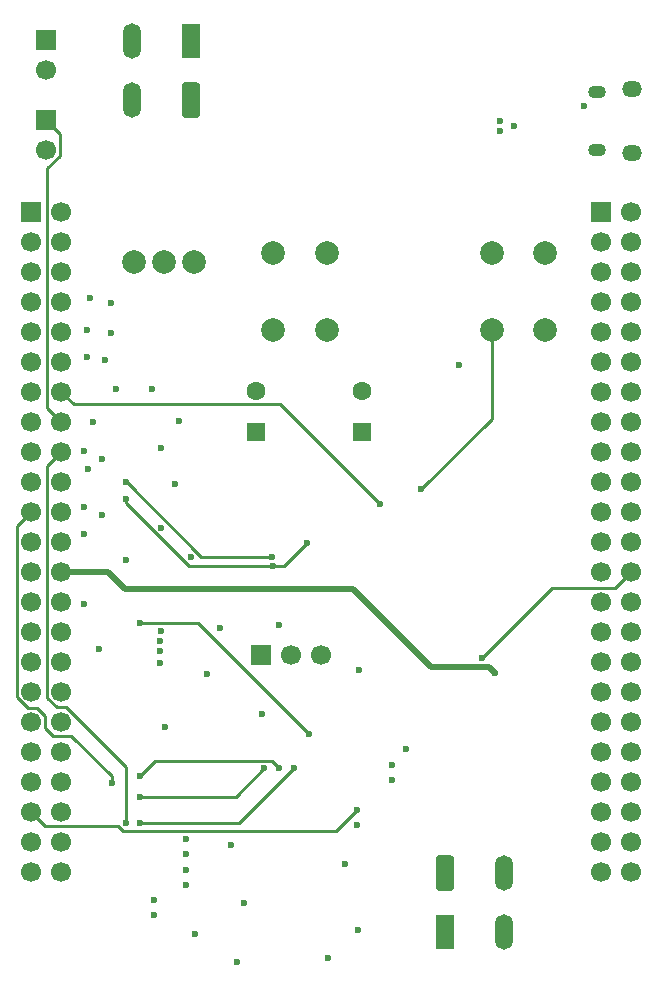
<source format=gbr>
%TF.GenerationSoftware,KiCad,Pcbnew,9.0.6+1*%
%TF.CreationDate,2025-11-29T18:55:36+00:00*%
%TF.ProjectId,com4bbb,636f6d34-6262-4622-9e6b-696361645f70,0.2*%
%TF.SameCoordinates,Original*%
%TF.FileFunction,Copper,L2,Inr*%
%TF.FilePolarity,Positive*%
%FSLAX46Y46*%
G04 Gerber Fmt 4.6, Leading zero omitted, Abs format (unit mm)*
G04 Created by KiCad (PCBNEW 9.0.6+1) date 2025-11-29 18:55:36*
%MOMM*%
%LPD*%
G01*
G04 APERTURE LIST*
G04 Aperture macros list*
%AMRoundRect*
0 Rectangle with rounded corners*
0 $1 Rounding radius*
0 $2 $3 $4 $5 $6 $7 $8 $9 X,Y pos of 4 corners*
0 Add a 4 corners polygon primitive as box body*
4,1,4,$2,$3,$4,$5,$6,$7,$8,$9,$2,$3,0*
0 Add four circle primitives for the rounded corners*
1,1,$1+$1,$2,$3*
1,1,$1+$1,$4,$5*
1,1,$1+$1,$6,$7*
1,1,$1+$1,$8,$9*
0 Add four rect primitives between the rounded corners*
20,1,$1+$1,$2,$3,$4,$5,0*
20,1,$1+$1,$4,$5,$6,$7,0*
20,1,$1+$1,$6,$7,$8,$9,0*
20,1,$1+$1,$8,$9,$2,$3,0*%
G04 Aperture macros list end*
%TA.AperFunction,ComponentPad*%
%ADD10R,1.700000X1.700000*%
%TD*%
%TA.AperFunction,ComponentPad*%
%ADD11C,1.700000*%
%TD*%
%TA.AperFunction,ComponentPad*%
%ADD12RoundRect,0.250001X-0.499999X-1.249999X0.499999X-1.249999X0.499999X1.249999X-0.499999X1.249999X0*%
%TD*%
%TA.AperFunction,ComponentPad*%
%ADD13R,1.500000X3.000000*%
%TD*%
%TA.AperFunction,ComponentPad*%
%ADD14O,1.500000X3.000000*%
%TD*%
%TA.AperFunction,ComponentPad*%
%ADD15C,2.000000*%
%TD*%
%TA.AperFunction,ComponentPad*%
%ADD16RoundRect,0.250001X0.499999X1.249999X-0.499999X1.249999X-0.499999X-1.249999X0.499999X-1.249999X0*%
%TD*%
%TA.AperFunction,ComponentPad*%
%ADD17RoundRect,0.250000X0.550000X-0.550000X0.550000X0.550000X-0.550000X0.550000X-0.550000X-0.550000X0*%
%TD*%
%TA.AperFunction,ComponentPad*%
%ADD18C,1.600000*%
%TD*%
%TA.AperFunction,HeatsinkPad*%
%ADD19O,1.700000X1.350000*%
%TD*%
%TA.AperFunction,HeatsinkPad*%
%ADD20O,1.500000X1.100000*%
%TD*%
%TA.AperFunction,ViaPad*%
%ADD21C,0.600000*%
%TD*%
%TA.AperFunction,Conductor*%
%ADD22C,0.250000*%
%TD*%
%TA.AperFunction,Conductor*%
%ADD23C,0.500000*%
%TD*%
G04 APERTURE END LIST*
D10*
%TO.N,GNDD*%
%TO.C,P8*%
X164630100Y-62382400D03*
D11*
X167170100Y-62382400D03*
%TO.N,unconnected-(P8-Pin_3-Pad3)*%
X164630100Y-64922400D03*
%TO.N,unconnected-(P8-Pin_4-Pad4)*%
X167170100Y-64922400D03*
%TO.N,unconnected-(P8-Pin_5-Pad5)*%
X164630100Y-67462400D03*
%TO.N,unconnected-(P8-Pin_6-Pad6)*%
X167170100Y-67462400D03*
%TO.N,/LED0*%
X164630100Y-70002400D03*
%TO.N,/LED1*%
X167170100Y-70002400D03*
%TO.N,/LED2*%
X164630100Y-72542400D03*
%TO.N,/LED3*%
X167170100Y-72542400D03*
%TO.N,/LED4*%
X164630100Y-75082400D03*
%TO.N,/LED5*%
X167170100Y-75082400D03*
%TO.N,/LED6*%
X164630100Y-77622400D03*
%TO.N,/LED7*%
X167170100Y-77622400D03*
%TO.N,/LED8*%
X164630100Y-80162400D03*
%TO.N,/LED9*%
X167170100Y-80162400D03*
%TO.N,/LED10*%
X164630100Y-82702400D03*
%TO.N,/LED11*%
X167170100Y-82702400D03*
%TO.N,/LED12*%
X164630100Y-85242400D03*
%TO.N,unconnected-(P8-Pin_20-Pad20)*%
X167170100Y-85242400D03*
%TO.N,unconnected-(P8-Pin_21-Pad21)*%
X164630100Y-87782400D03*
%TO.N,unconnected-(P8-Pin_22-Pad22)*%
X167170100Y-87782400D03*
%TO.N,unconnected-(P8-Pin_23-Pad23)*%
X164630100Y-90322400D03*
%TO.N,unconnected-(P8-Pin_24-Pad24)*%
X167170100Y-90322400D03*
%TO.N,unconnected-(P8-Pin_25-Pad25)*%
X164630100Y-92862400D03*
%TO.N,/DE{slash}~{RE}*%
X167170100Y-92862400D03*
%TO.N,unconnected-(P8-Pin_27-Pad27)*%
X164630100Y-95402400D03*
%TO.N,unconnected-(P8-Pin_28-Pad28)*%
X167170100Y-95402400D03*
%TO.N,unconnected-(P8-Pin_29-Pad29)*%
X164630100Y-97942400D03*
%TO.N,unconnected-(P8-Pin_30-Pad30)*%
X167170100Y-97942400D03*
%TO.N,unconnected-(P8-Pin_31-Pad31)*%
X164630100Y-100482400D03*
%TO.N,unconnected-(P8-Pin_32-Pad32)*%
X167170100Y-100482400D03*
%TO.N,unconnected-(P8-Pin_33-Pad33)*%
X164630100Y-103022400D03*
%TO.N,unconnected-(P8-Pin_34-Pad34)*%
X167170100Y-103022400D03*
%TO.N,unconnected-(P8-Pin_35-Pad35)*%
X164630100Y-105562400D03*
%TO.N,unconnected-(P8-Pin_36-Pad36)*%
X167170100Y-105562400D03*
%TO.N,unconnected-(P8-Pin_37-Pad37)*%
X164630100Y-108102400D03*
%TO.N,unconnected-(P8-Pin_38-Pad38)*%
X167170100Y-108102400D03*
%TO.N,unconnected-(P8-Pin_39-Pad39)*%
X164630100Y-110642400D03*
%TO.N,unconnected-(P8-Pin_40-Pad40)*%
X167170100Y-110642400D03*
%TO.N,unconnected-(P8-Pin_41-Pad41)*%
X164630100Y-113182400D03*
%TO.N,unconnected-(P8-Pin_42-Pad42)*%
X167170100Y-113182400D03*
%TO.N,unconnected-(P8-Pin_43-Pad43)*%
X164630100Y-115722400D03*
%TO.N,unconnected-(P8-Pin_44-Pad44)*%
X167170100Y-115722400D03*
%TO.N,unconnected-(P8-Pin_45-Pad45)*%
X164630100Y-118262400D03*
%TO.N,unconnected-(P8-Pin_46-Pad46)*%
X167170100Y-118262400D03*
%TD*%
D10*
%TO.N,GNDD*%
%TO.C,P9*%
X116370100Y-62382400D03*
D11*
X118910100Y-62382400D03*
%TO.N,+3V3*%
X116370100Y-64922400D03*
X118910100Y-64922400D03*
%TO.N,+5V*%
X116370100Y-67462400D03*
X118910100Y-67462400D03*
%TO.N,SYS_5V*%
X116370100Y-70002400D03*
X118910100Y-70002400D03*
%TO.N,PWR_BUT*%
X116370100Y-72542400D03*
%TO.N,SYS_RESETN*%
X118910100Y-72542400D03*
%TO.N,/UART4_RXD*%
X116370100Y-75082400D03*
%TO.N,/GPIO_60*%
X118910100Y-75082400D03*
%TO.N,/UART4_TXD*%
X116370100Y-77622400D03*
%TO.N,/RTC_INT*%
X118910100Y-77622400D03*
%TO.N,/PPS*%
X116370100Y-80162400D03*
%TO.N,/DCF77*%
X118910100Y-80162400D03*
%TO.N,/SPI0_CS0*%
X116370100Y-82702400D03*
%TO.N,/SPI0_D1*%
X118910100Y-82702400D03*
%TO.N,/SCL*%
X116370100Y-85242400D03*
%TO.N,/SDA*%
X118910100Y-85242400D03*
%TO.N,/SPI0_D0*%
X116370100Y-87782400D03*
%TO.N,/SPI0_SCLK*%
X118910100Y-87782400D03*
%TO.N,unconnected-(P9-Pin_23-Pad23)*%
X116370100Y-90322400D03*
%TO.N,/UART1_TXD*%
X118910100Y-90322400D03*
%TO.N,unconnected-(P9-Pin_25-Pad25)*%
X116370100Y-92862400D03*
%TO.N,/UART1_RXD*%
X118910100Y-92862400D03*
%TO.N,/GPIO_125*%
X116370100Y-95402400D03*
%TO.N,unconnected-(P9-Pin_28-Pad28)*%
X118910100Y-95402400D03*
%TO.N,unconnected-(P9-Pin_29-Pad29)*%
X116370100Y-97942400D03*
%TO.N,/GPIO_122*%
X118910100Y-97942400D03*
%TO.N,unconnected-(P9-Pin_31-Pad31)*%
X116370100Y-100482400D03*
%TO.N,VDD_ADC*%
X118910100Y-100482400D03*
%TO.N,unconnected-(P9-Pin_33-Pad33)*%
X116370100Y-103022400D03*
%TO.N,GNDA_ADC*%
X118910100Y-103022400D03*
%TO.N,unconnected-(P9-Pin_35-Pad35)*%
X116370100Y-105562400D03*
%TO.N,unconnected-(P9-Pin_36-Pad36)*%
X118910100Y-105562400D03*
%TO.N,unconnected-(P9-Pin_37-Pad37)*%
X116370100Y-108102400D03*
%TO.N,unconnected-(P9-Pin_38-Pad38)*%
X118910100Y-108102400D03*
%TO.N,unconnected-(P9-Pin_39-Pad39)*%
X116370100Y-110642400D03*
%TO.N,unconnected-(P9-Pin_40-Pad40)*%
X118910100Y-110642400D03*
%TO.N,/GPIO_20*%
X116370100Y-113182400D03*
%TO.N,unconnected-(P9-Pin_42-Pad42)*%
X118910100Y-113182400D03*
%TO.N,GNDD*%
X116370100Y-115722400D03*
X118910100Y-115722400D03*
X116370100Y-118262400D03*
X118910100Y-118262400D03*
%TD*%
D12*
%TO.N,Net-(J101-Pin_1)*%
%TO.C,J101*%
X151370100Y-118382400D03*
D13*
X151370100Y-123382400D03*
D14*
%TO.N,Net-(J101-Pin_2)*%
X156370100Y-118382400D03*
X156370100Y-123382400D03*
%TD*%
D15*
%TO.N,SYS_RESETN*%
%TO.C,SW101*%
X155370100Y-72382400D03*
X155370100Y-65882400D03*
%TO.N,GNDD*%
X159870100Y-72382400D03*
X159870100Y-65882400D03*
%TD*%
%TO.N,PWR_BUT*%
%TO.C,SW102*%
X136870100Y-72382400D03*
X136870100Y-65882400D03*
%TO.N,GNDD*%
X141370100Y-72382400D03*
X141370100Y-65882400D03*
%TD*%
D16*
%TO.N,GNDD*%
%TO.C,J102*%
X129870100Y-52882400D03*
D13*
X129870100Y-47882400D03*
D14*
%TO.N,Net-(D114-A)*%
X124870100Y-52882400D03*
X124870100Y-47882400D03*
%TD*%
D15*
%TO.N,Net-(D114-K)*%
%TO.C,U102*%
X130160100Y-66632400D03*
%TO.N,GNDD*%
X127620100Y-66632400D03*
%TO.N,+5V*%
X125080100Y-66632400D03*
%TD*%
D17*
%TO.N,/Vbat*%
%TO.C,C103*%
X135370100Y-81035051D03*
D18*
%TO.N,GNDD*%
X135370100Y-77535051D03*
%TD*%
D10*
%TO.N,/DCF77*%
%TO.C,J103*%
X117620100Y-54607400D03*
D11*
%TO.N,GNDD*%
X117620100Y-57147400D03*
%TD*%
D10*
%TO.N,/PPS*%
%TO.C,J104*%
X117620100Y-47857400D03*
D11*
%TO.N,GNDD*%
X117620100Y-50397400D03*
%TD*%
D17*
%TO.N,/Vbat*%
%TO.C,C104*%
X144370100Y-81035051D03*
D18*
%TO.N,GNDD*%
X144370100Y-77535051D03*
%TD*%
D19*
%TO.N,Net-(J201-Shield)*%
%TO.C,J201*%
X167250100Y-57412400D03*
D20*
X164250100Y-57102400D03*
X164250100Y-52262400D03*
D19*
X167250100Y-51952400D03*
%TD*%
D10*
%TO.N,/ESP32/~{RST}*%
%TO.C,JP203*%
X135830100Y-99882400D03*
D11*
%TO.N,Net-(JP203-C)*%
X138370100Y-99882400D03*
%TO.N,/GPIO_125*%
X140910100Y-99882400D03*
%TD*%
D21*
%TO.N,GNDD*%
X133770100Y-125882400D03*
X122620100Y-74882400D03*
X130270100Y-123482400D03*
X129870100Y-91582400D03*
X121370100Y-69632400D03*
X128870100Y-80082400D03*
X128570100Y-85382400D03*
X123120100Y-70132400D03*
X127245100Y-99582400D03*
X163170100Y-53382400D03*
X148120100Y-107882400D03*
X120870100Y-95582400D03*
X144120100Y-101132400D03*
X120870100Y-82632400D03*
X120870100Y-87382400D03*
X135870100Y-104882400D03*
X121120100Y-72382400D03*
X141470100Y-125582400D03*
X120870100Y-89682400D03*
X124370100Y-91882400D03*
X123120100Y-72632400D03*
X134370100Y-120882400D03*
X121170100Y-84182400D03*
X121120100Y-74632400D03*
X132370100Y-97632400D03*
X157270100Y-55082400D03*
X133270100Y-115982400D03*
X122070100Y-99382400D03*
X121620100Y-80132400D03*
X137370100Y-97382400D03*
X142970100Y-117582400D03*
%TO.N,+3V3*%
X152620100Y-75382400D03*
X127370100Y-97828400D03*
X127370100Y-82382400D03*
X127370100Y-89132400D03*
%TO.N,SYS_RESETN*%
X149370100Y-85882400D03*
%TO.N,/SPI0_D1*%
X124370100Y-114132400D03*
%TO.N,/SPI0_D0*%
X123170099Y-110772399D03*
%TO.N,/GPIO_60*%
X143970100Y-114282400D03*
%TO.N,/SPI0_CS0*%
X139870100Y-106582400D03*
X125544100Y-97203400D03*
%TO.N,/SCL*%
X124370100Y-86682400D03*
X136797652Y-92381928D03*
X139687042Y-90449342D03*
%TO.N,/SDA*%
X136770100Y-91582400D03*
X124370100Y-85242400D03*
%TO.N,/SPI0_SCLK*%
X125537012Y-110162188D03*
X137370100Y-109482400D03*
%TO.N,/UART1_RXD*%
X155620100Y-101382400D03*
%TO.N,/GPIO_20*%
X143970100Y-112982400D03*
%TO.N,/DE{slash}~{RE}*%
X154520336Y-100130796D03*
%TO.N,/ESP32/TCK*%
X129470100Y-115482400D03*
X127245100Y-98682400D03*
%TO.N,/ESP32/TDI*%
X129470100Y-118082400D03*
X127696100Y-105982400D03*
%TO.N,/ESP32/TDO*%
X131270100Y-101482400D03*
X129470100Y-116782400D03*
%TO.N,/ESP32/TMS*%
X127245100Y-100582400D03*
X129470100Y-119382400D03*
%TO.N,Net-(JP104-A)*%
X122385100Y-88017400D03*
X122370100Y-83282400D03*
%TO.N,Net-(JP201-C)*%
X123570100Y-77382400D03*
X126770100Y-121882400D03*
%TO.N,Net-(JP202-C)*%
X126620100Y-77382400D03*
X126770100Y-120682400D03*
%TO.N,Net-(JP203-C)*%
X144070100Y-123182400D03*
%TO.N,Net-(JP204-C)*%
X138570100Y-109482400D03*
X125544100Y-114133400D03*
%TO.N,Net-(JP205-C)*%
X125544100Y-111882400D03*
X136070100Y-109482400D03*
%TO.N,/ESP32/D+*%
X146870100Y-109182400D03*
X156070100Y-54657400D03*
%TO.N,/ESP32/D-*%
X156070100Y-55507400D03*
X146870100Y-110482400D03*
%TO.N,/RTC_INT*%
X145870100Y-87132400D03*
%TD*%
D22*
%TO.N,SYS_RESETN*%
X149370100Y-85882400D02*
X155370100Y-79882400D01*
X155370100Y-79882400D02*
X155370100Y-72382400D01*
%TO.N,/SPI0_D1*%
X124370100Y-114132400D02*
X124370100Y-109359284D01*
X117734100Y-103509516D02*
X117734100Y-83878400D01*
X118506984Y-104282400D02*
X117734100Y-103509516D01*
X119293216Y-104282400D02*
X118506984Y-104282400D01*
X117734100Y-83878400D02*
X118910100Y-82702400D01*
X124370100Y-109359284D02*
X119293216Y-104282400D01*
%TO.N,/SPI0_D0*%
X115170100Y-103485516D02*
X115170100Y-88982400D01*
X123170099Y-110182399D02*
X119726100Y-106738400D01*
X116857216Y-104386400D02*
X116070984Y-104386400D01*
X123170099Y-110772399D02*
X123170099Y-110182399D01*
X116070984Y-104386400D02*
X115170100Y-103485516D01*
X117546100Y-105075284D02*
X116857216Y-104386400D01*
X115170100Y-88982400D02*
X116370100Y-87782400D01*
X117546100Y-106049516D02*
X117546100Y-105075284D01*
X118234984Y-106738400D02*
X117546100Y-106049516D01*
X119726100Y-106738400D02*
X118234984Y-106738400D01*
%TO.N,/SPI0_CS0*%
X130491100Y-97203400D02*
X139870100Y-106582400D01*
X125544100Y-97203400D02*
X130491100Y-97203400D01*
%TO.N,/SCL*%
X136797652Y-92381928D02*
X137754456Y-92381928D01*
X129734330Y-92381928D02*
X124370100Y-87017698D01*
X136797652Y-92381928D02*
X129734330Y-92381928D01*
X137754456Y-92381928D02*
X139687042Y-90449342D01*
X124370100Y-87017698D02*
X124370100Y-86682400D01*
%TO.N,/SDA*%
X136770100Y-91582400D02*
X130770100Y-91582400D01*
X124430100Y-85242400D02*
X124370100Y-85242400D01*
X130770100Y-91582400D02*
X124430100Y-85242400D01*
%TO.N,/SPI0_SCLK*%
X125537012Y-110162188D02*
X126842800Y-108856400D01*
X126842800Y-108856400D02*
X136744100Y-108856400D01*
X136744100Y-108856400D02*
X137370100Y-109482400D01*
D23*
%TO.N,/UART1_RXD*%
X150215149Y-100880796D02*
X155118496Y-100880796D01*
X155118496Y-100880796D02*
X155620100Y-101382400D01*
X118910100Y-92862400D02*
X122850100Y-92862400D01*
X143616753Y-94282400D02*
X150215149Y-100880796D01*
X122850100Y-92862400D02*
X124270100Y-94282400D01*
X124270100Y-94282400D02*
X143616753Y-94282400D01*
D22*
%TO.N,/GPIO_20*%
X124110802Y-114758400D02*
X142194100Y-114758400D01*
X142194100Y-114758400D02*
X143970100Y-112982400D01*
X117546100Y-114358400D02*
X123710802Y-114358400D01*
X123710802Y-114358400D02*
X124110802Y-114758400D01*
X116370100Y-113182400D02*
X117546100Y-114358400D01*
%TO.N,/DE{slash}~{RE}*%
X154520336Y-100130796D02*
X160424732Y-94226400D01*
X160424732Y-94226400D02*
X165806100Y-94226400D01*
X165806100Y-94226400D02*
X167170100Y-92862400D01*
%TO.N,/DCF77*%
X118796100Y-55783400D02*
X118796100Y-57634516D01*
X117734100Y-58696516D02*
X117734100Y-78986400D01*
X118796100Y-57634516D02*
X117734100Y-58696516D01*
X117620100Y-54607400D02*
X118796100Y-55783400D01*
X117734100Y-78986400D02*
X118910100Y-80162400D01*
%TO.N,Net-(JP204-C)*%
X133919100Y-114133400D02*
X138570100Y-109482400D01*
X125544100Y-114133400D02*
X133919100Y-114133400D01*
%TO.N,Net-(JP205-C)*%
X125544100Y-111882400D02*
X133670100Y-111882400D01*
X133670100Y-111882400D02*
X136070100Y-109482400D01*
%TO.N,/RTC_INT*%
X137398751Y-78661051D02*
X145870100Y-87132400D01*
X118910100Y-77622400D02*
X119948751Y-78661051D01*
X119948751Y-78661051D02*
X137398751Y-78661051D01*
%TD*%
M02*

</source>
